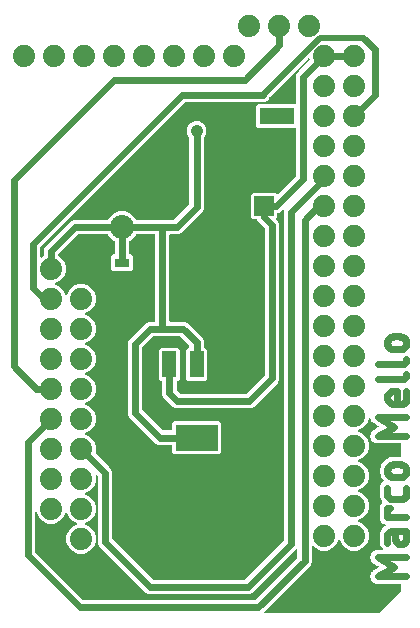
<source format=gbr>
G04 EAGLE Gerber RS-274X export*
G75*
%MOMM*%
%FSLAX34Y34*%
%LPD*%
%INTop Copper*%
%IPPOS*%
%AMOC8*
5,1,8,0,0,1.08239X$1,22.5*%
G01*
%ADD10C,0.609600*%
%ADD11C,1.879600*%
%ADD12R,3.000000X1.400000*%
%ADD13R,1.200000X0.800000*%
%ADD14C,1.651000*%
%ADD15R,1.651000X1.651000*%
%ADD16C,2.032000*%
%ADD17R,1.219200X2.235200*%
%ADD18R,3.600000X2.200000*%
%ADD19C,1.056400*%
%ADD20C,0.600000*%
%ADD21C,0.482600*%

G36*
X211966Y39131D02*
X211966Y39131D01*
X212057Y39139D01*
X212087Y39151D01*
X212119Y39156D01*
X212199Y39199D01*
X212283Y39235D01*
X212315Y39261D01*
X212336Y39272D01*
X212358Y39295D01*
X212414Y39340D01*
X245140Y72066D01*
X245185Y72128D01*
X245211Y72156D01*
X245216Y72167D01*
X245253Y72209D01*
X245265Y72239D01*
X245284Y72266D01*
X245311Y72353D01*
X245345Y72437D01*
X245349Y72478D01*
X245356Y72501D01*
X245355Y72533D01*
X245363Y72604D01*
X245363Y351443D01*
X245352Y351514D01*
X245350Y351586D01*
X245332Y351635D01*
X245324Y351686D01*
X245290Y351749D01*
X245265Y351817D01*
X245233Y351857D01*
X245208Y351904D01*
X245156Y351953D01*
X245112Y352009D01*
X245068Y352037D01*
X245030Y352073D01*
X244965Y352103D01*
X244905Y352142D01*
X244854Y352155D01*
X244807Y352177D01*
X244736Y352184D01*
X244666Y352202D01*
X244614Y352198D01*
X244563Y352204D01*
X244492Y352188D01*
X244421Y352183D01*
X244373Y352162D01*
X244322Y352151D01*
X244261Y352115D01*
X244195Y352086D01*
X244139Y352042D01*
X244111Y352025D01*
X244096Y352007D01*
X244064Y351982D01*
X242514Y350431D01*
X240174Y349462D01*
X240074Y349400D01*
X239974Y349341D01*
X239970Y349336D01*
X239965Y349333D01*
X239890Y349242D01*
X239814Y349154D01*
X239812Y349148D01*
X239808Y349143D01*
X239766Y349035D01*
X239722Y348926D01*
X239721Y348918D01*
X239720Y348914D01*
X239719Y348895D01*
X239704Y348759D01*
X239704Y346082D01*
X238835Y345214D01*
X238823Y345197D01*
X238808Y345185D01*
X238752Y345098D01*
X238692Y345014D01*
X238686Y344995D01*
X238675Y344978D01*
X238650Y344877D01*
X238619Y344779D01*
X238620Y344759D01*
X238615Y344739D01*
X238623Y344636D01*
X238626Y344533D01*
X238632Y344514D01*
X238634Y344494D01*
X238674Y344399D01*
X238710Y344302D01*
X238723Y344286D01*
X238730Y344268D01*
X238835Y344137D01*
X240429Y342544D01*
X241357Y340303D01*
X241357Y208347D01*
X240429Y206106D01*
X219654Y185331D01*
X217413Y184403D01*
X153727Y184403D01*
X151486Y185331D01*
X143167Y193650D01*
X142239Y195891D01*
X142239Y206502D01*
X142236Y206522D01*
X142238Y206541D01*
X142216Y206643D01*
X142200Y206745D01*
X142190Y206762D01*
X142186Y206782D01*
X142133Y206871D01*
X142084Y206962D01*
X142070Y206976D01*
X142060Y206993D01*
X141981Y207060D01*
X141906Y207132D01*
X141888Y207140D01*
X141873Y207153D01*
X141777Y207192D01*
X141683Y207235D01*
X141663Y207237D01*
X141645Y207245D01*
X141478Y207263D01*
X140977Y207263D01*
X139191Y209049D01*
X139191Y233927D01*
X140977Y235713D01*
X155695Y235713D01*
X157481Y233927D01*
X157481Y209049D01*
X155695Y207263D01*
X155194Y207263D01*
X155174Y207260D01*
X155155Y207262D01*
X155053Y207240D01*
X154951Y207224D01*
X154934Y207214D01*
X154914Y207210D01*
X154825Y207157D01*
X154734Y207108D01*
X154720Y207094D01*
X154703Y207084D01*
X154636Y207005D01*
X154564Y206930D01*
X154556Y206912D01*
X154543Y206897D01*
X154504Y206801D01*
X154461Y206707D01*
X154459Y206687D01*
X154451Y206669D01*
X154433Y206502D01*
X154433Y199945D01*
X154447Y199855D01*
X154455Y199764D01*
X154467Y199734D01*
X154472Y199702D01*
X154515Y199621D01*
X154551Y199537D01*
X154577Y199505D01*
X154588Y199485D01*
X154611Y199462D01*
X154656Y199406D01*
X157242Y196820D01*
X157316Y196767D01*
X157386Y196707D01*
X157416Y196695D01*
X157442Y196676D01*
X157529Y196649D01*
X157614Y196615D01*
X157655Y196611D01*
X157677Y196604D01*
X157709Y196605D01*
X157781Y196597D01*
X213359Y196597D01*
X213449Y196611D01*
X213540Y196619D01*
X213570Y196631D01*
X213602Y196636D01*
X213683Y196679D01*
X213767Y196715D01*
X213799Y196741D01*
X213819Y196752D01*
X213842Y196775D01*
X213898Y196820D01*
X228940Y211862D01*
X228993Y211936D01*
X229053Y212006D01*
X229065Y212036D01*
X229084Y212062D01*
X229111Y212149D01*
X229145Y212234D01*
X229149Y212275D01*
X229156Y212297D01*
X229155Y212329D01*
X229163Y212401D01*
X229163Y336249D01*
X229149Y336339D01*
X229141Y336430D01*
X229129Y336460D01*
X229124Y336492D01*
X229081Y336573D01*
X229045Y336657D01*
X229019Y336689D01*
X229008Y336709D01*
X228985Y336732D01*
X228940Y336788D01*
X223231Y342496D01*
X222681Y343826D01*
X222619Y343926D01*
X222559Y344026D01*
X222554Y344030D01*
X222551Y344035D01*
X222461Y344110D01*
X222372Y344186D01*
X222366Y344188D01*
X222362Y344192D01*
X222253Y344234D01*
X222144Y344278D01*
X222136Y344279D01*
X222132Y344280D01*
X222114Y344281D01*
X221977Y344296D01*
X218882Y344296D01*
X217096Y346082D01*
X217096Y365118D01*
X218882Y366904D01*
X237918Y366904D01*
X239291Y365530D01*
X239308Y365518D01*
X239320Y365503D01*
X239407Y365447D01*
X239491Y365387D01*
X239510Y365381D01*
X239527Y365370D01*
X239628Y365345D01*
X239726Y365314D01*
X239746Y365315D01*
X239766Y365310D01*
X239869Y365318D01*
X239972Y365321D01*
X239991Y365327D01*
X240011Y365329D01*
X240106Y365369D01*
X240203Y365405D01*
X240219Y365418D01*
X240237Y365425D01*
X240368Y365530D01*
X255300Y380462D01*
X255353Y380536D01*
X255413Y380606D01*
X255425Y380636D01*
X255444Y380662D01*
X255471Y380749D01*
X255505Y380834D01*
X255509Y380875D01*
X255516Y380897D01*
X255515Y380929D01*
X255523Y381001D01*
X255523Y420990D01*
X255520Y421010D01*
X255522Y421029D01*
X255500Y421131D01*
X255484Y421233D01*
X255474Y421250D01*
X255470Y421270D01*
X255417Y421359D01*
X255368Y421450D01*
X255354Y421464D01*
X255344Y421481D01*
X255265Y421548D01*
X255190Y421620D01*
X255172Y421628D01*
X255157Y421641D01*
X255061Y421680D01*
X254967Y421723D01*
X254947Y421725D01*
X254929Y421733D01*
X254762Y421751D01*
X223637Y421751D01*
X221851Y423537D01*
X221851Y440063D01*
X223637Y441849D01*
X254762Y441849D01*
X254782Y441852D01*
X254801Y441850D01*
X254903Y441872D01*
X255005Y441888D01*
X255022Y441898D01*
X255042Y441902D01*
X255131Y441955D01*
X255222Y442004D01*
X255236Y442018D01*
X255253Y442028D01*
X255320Y442107D01*
X255392Y442182D01*
X255400Y442200D01*
X255413Y442215D01*
X255452Y442311D01*
X255495Y442405D01*
X255497Y442425D01*
X255505Y442443D01*
X255523Y442610D01*
X255523Y466033D01*
X256451Y468274D01*
X258273Y470096D01*
X258274Y470096D01*
X266989Y478811D01*
X267057Y478906D01*
X267127Y478999D01*
X267129Y479005D01*
X267132Y479010D01*
X267167Y479122D01*
X267203Y479233D01*
X267203Y479240D01*
X267205Y479246D01*
X267202Y479362D01*
X267200Y479479D01*
X267198Y479486D01*
X267198Y479491D01*
X267192Y479509D01*
X267154Y479640D01*
X267006Y479997D01*
X266982Y480036D01*
X266966Y480079D01*
X266917Y480140D01*
X266876Y480206D01*
X266841Y480236D01*
X266812Y480271D01*
X266747Y480314D01*
X266687Y480363D01*
X266644Y480380D01*
X266605Y480404D01*
X266530Y480423D01*
X266457Y480451D01*
X266411Y480453D01*
X266367Y480464D01*
X266289Y480458D01*
X266211Y480462D01*
X266167Y480449D01*
X266122Y480445D01*
X266050Y480415D01*
X265975Y480393D01*
X265937Y480367D01*
X265895Y480349D01*
X265788Y480263D01*
X265773Y480253D01*
X265770Y480249D01*
X265764Y480244D01*
X233287Y447767D01*
X233248Y447713D01*
X233202Y447667D01*
X233162Y447593D01*
X233143Y447567D01*
X233137Y447548D01*
X233122Y447520D01*
X232545Y446126D01*
X230830Y444411D01*
X228589Y443483D01*
X162155Y443483D01*
X162065Y443469D01*
X161974Y443461D01*
X161944Y443449D01*
X161912Y443444D01*
X161831Y443401D01*
X161748Y443365D01*
X161715Y443339D01*
X161695Y443328D01*
X161673Y443305D01*
X161617Y443260D01*
X39340Y320983D01*
X39287Y320909D01*
X39227Y320840D01*
X39215Y320810D01*
X39196Y320784D01*
X39169Y320697D01*
X39135Y320612D01*
X39131Y320571D01*
X39124Y320549D01*
X39125Y320516D01*
X39117Y320445D01*
X39117Y312557D01*
X39128Y312486D01*
X39130Y312414D01*
X39148Y312365D01*
X39156Y312314D01*
X39190Y312251D01*
X39215Y312183D01*
X39247Y312143D01*
X39272Y312097D01*
X39324Y312047D01*
X39368Y311991D01*
X39412Y311963D01*
X39450Y311927D01*
X39515Y311897D01*
X39575Y311858D01*
X39626Y311846D01*
X39673Y311824D01*
X39744Y311816D01*
X39814Y311798D01*
X39866Y311802D01*
X39917Y311797D01*
X39988Y311812D01*
X40059Y311817D01*
X40107Y311838D01*
X40158Y311849D01*
X40219Y311886D01*
X40285Y311914D01*
X40341Y311959D01*
X40369Y311975D01*
X40384Y311993D01*
X40416Y312019D01*
X41209Y312812D01*
X41693Y313012D01*
X41792Y313074D01*
X41893Y313134D01*
X41897Y313139D01*
X41902Y313142D01*
X41977Y313232D01*
X42053Y313321D01*
X42055Y313327D01*
X42059Y313331D01*
X42101Y313440D01*
X42145Y313549D01*
X42146Y313556D01*
X42147Y313561D01*
X42148Y313579D01*
X42163Y313716D01*
X42163Y318413D01*
X43091Y320654D01*
X65436Y342999D01*
X67677Y343927D01*
X95980Y343927D01*
X96094Y343946D01*
X96211Y343963D01*
X96216Y343965D01*
X96222Y343966D01*
X96325Y344021D01*
X96430Y344074D01*
X96434Y344079D01*
X96440Y344082D01*
X96520Y344166D01*
X96602Y344250D01*
X96606Y344256D01*
X96609Y344260D01*
X96617Y344277D01*
X96683Y344397D01*
X97062Y345312D01*
X100778Y349028D01*
X105633Y351039D01*
X110887Y351039D01*
X115742Y349028D01*
X119458Y345312D01*
X119837Y344397D01*
X119899Y344297D01*
X119959Y344197D01*
X119963Y344193D01*
X119967Y344188D01*
X120056Y344113D01*
X120145Y344037D01*
X120151Y344035D01*
X120156Y344031D01*
X120264Y343989D01*
X120374Y343945D01*
X120381Y343944D01*
X120386Y343943D01*
X120404Y343942D01*
X120540Y343927D01*
X152099Y343927D01*
X152189Y343941D01*
X152280Y343949D01*
X152310Y343961D01*
X152342Y343966D01*
X152423Y344009D01*
X152507Y344045D01*
X152539Y344071D01*
X152559Y344082D01*
X152582Y344105D01*
X152638Y344150D01*
X165130Y356642D01*
X165183Y356716D01*
X165243Y356786D01*
X165255Y356816D01*
X165274Y356842D01*
X165301Y356929D01*
X165335Y357014D01*
X165339Y357055D01*
X165346Y357077D01*
X165345Y357109D01*
X165353Y357181D01*
X165353Y413100D01*
X165339Y413190D01*
X165331Y413281D01*
X165319Y413311D01*
X165314Y413343D01*
X165271Y413423D01*
X165235Y413507D01*
X165209Y413539D01*
X165198Y413560D01*
X165175Y413582D01*
X165130Y413638D01*
X164388Y414381D01*
X163119Y417443D01*
X163119Y420757D01*
X164388Y423819D01*
X166731Y426162D01*
X169793Y427431D01*
X173107Y427431D01*
X176169Y426162D01*
X178512Y423819D01*
X179781Y420757D01*
X179781Y417443D01*
X178512Y414381D01*
X177770Y413638D01*
X177717Y413564D01*
X177657Y413495D01*
X177645Y413465D01*
X177626Y413438D01*
X177599Y413352D01*
X177565Y413267D01*
X177561Y413226D01*
X177554Y413203D01*
X177555Y413171D01*
X177547Y413100D01*
X177547Y353127D01*
X176619Y350886D01*
X158394Y332661D01*
X156153Y331733D01*
X149098Y331733D01*
X149078Y331730D01*
X149059Y331732D01*
X148957Y331710D01*
X148855Y331694D01*
X148838Y331684D01*
X148818Y331680D01*
X148729Y331627D01*
X148638Y331578D01*
X148624Y331564D01*
X148607Y331554D01*
X148540Y331475D01*
X148468Y331400D01*
X148460Y331382D01*
X148447Y331367D01*
X148408Y331271D01*
X148365Y331177D01*
X148363Y331157D01*
X148355Y331139D01*
X148337Y330972D01*
X148337Y258318D01*
X148339Y258303D01*
X148338Y258290D01*
X148339Y258286D01*
X148338Y258279D01*
X148360Y258177D01*
X148376Y258075D01*
X148386Y258058D01*
X148390Y258038D01*
X148443Y257949D01*
X148492Y257858D01*
X148506Y257844D01*
X148516Y257827D01*
X148595Y257760D01*
X148670Y257688D01*
X148688Y257680D01*
X148703Y257667D01*
X148799Y257628D01*
X148893Y257585D01*
X148913Y257583D01*
X148931Y257575D01*
X149098Y257557D01*
X161233Y257557D01*
X163474Y256629D01*
X176619Y243484D01*
X177547Y241243D01*
X177547Y236474D01*
X177550Y236454D01*
X177548Y236435D01*
X177570Y236333D01*
X177586Y236231D01*
X177596Y236214D01*
X177600Y236194D01*
X177653Y236105D01*
X177702Y236014D01*
X177716Y236000D01*
X177726Y235983D01*
X177805Y235916D01*
X177880Y235844D01*
X177898Y235836D01*
X177913Y235823D01*
X178009Y235784D01*
X178103Y235741D01*
X178123Y235739D01*
X178141Y235731D01*
X178308Y235713D01*
X178809Y235713D01*
X180595Y233927D01*
X180595Y209049D01*
X178809Y207263D01*
X164091Y207263D01*
X162305Y209049D01*
X162305Y233927D01*
X164091Y235713D01*
X164592Y235713D01*
X164612Y235716D01*
X164631Y235714D01*
X164733Y235736D01*
X164835Y235752D01*
X164852Y235762D01*
X164872Y235766D01*
X164961Y235819D01*
X165052Y235868D01*
X165066Y235882D01*
X165083Y235892D01*
X165150Y235971D01*
X165222Y236046D01*
X165230Y236064D01*
X165243Y236079D01*
X165282Y236175D01*
X165325Y236269D01*
X165327Y236289D01*
X165335Y236307D01*
X165353Y236474D01*
X165353Y237189D01*
X165339Y237279D01*
X165331Y237370D01*
X165319Y237400D01*
X165314Y237432D01*
X165271Y237513D01*
X165235Y237597D01*
X165209Y237629D01*
X165198Y237649D01*
X165175Y237672D01*
X165130Y237728D01*
X157718Y245140D01*
X157644Y245193D01*
X157574Y245253D01*
X157544Y245265D01*
X157518Y245284D01*
X157431Y245311D01*
X157346Y245345D01*
X157305Y245349D01*
X157283Y245356D01*
X157251Y245355D01*
X157179Y245363D01*
X134921Y245363D01*
X134831Y245349D01*
X134740Y245341D01*
X134710Y245329D01*
X134678Y245324D01*
X134597Y245281D01*
X134513Y245245D01*
X134481Y245219D01*
X134461Y245208D01*
X134438Y245185D01*
X134382Y245140D01*
X125700Y236458D01*
X125647Y236384D01*
X125587Y236314D01*
X125575Y236284D01*
X125556Y236258D01*
X125529Y236171D01*
X125495Y236086D01*
X125491Y236045D01*
X125484Y236023D01*
X125485Y235991D01*
X125477Y235919D01*
X125477Y183181D01*
X125491Y183091D01*
X125499Y183000D01*
X125511Y182970D01*
X125516Y182938D01*
X125559Y182857D01*
X125595Y182773D01*
X125621Y182741D01*
X125632Y182721D01*
X125655Y182698D01*
X125700Y182642D01*
X142512Y165830D01*
X142586Y165777D01*
X142656Y165717D01*
X142686Y165705D01*
X142712Y165686D01*
X142799Y165659D01*
X142884Y165625D01*
X142925Y165621D01*
X142947Y165614D01*
X142979Y165615D01*
X143051Y165607D01*
X149640Y165607D01*
X149660Y165610D01*
X149679Y165608D01*
X149781Y165630D01*
X149883Y165646D01*
X149900Y165656D01*
X149920Y165660D01*
X150009Y165713D01*
X150100Y165762D01*
X150114Y165776D01*
X150131Y165786D01*
X150198Y165865D01*
X150270Y165940D01*
X150278Y165958D01*
X150291Y165973D01*
X150330Y166069D01*
X150373Y166163D01*
X150375Y166183D01*
X150383Y166201D01*
X150401Y166368D01*
X150401Y171773D01*
X152187Y173559D01*
X190713Y173559D01*
X192499Y171773D01*
X192499Y147247D01*
X190713Y145461D01*
X152187Y145461D01*
X150401Y147247D01*
X150401Y152652D01*
X150398Y152672D01*
X150400Y152691D01*
X150378Y152793D01*
X150362Y152895D01*
X150352Y152912D01*
X150348Y152932D01*
X150295Y153021D01*
X150246Y153112D01*
X150232Y153126D01*
X150222Y153143D01*
X150143Y153210D01*
X150068Y153282D01*
X150050Y153290D01*
X150035Y153303D01*
X149939Y153342D01*
X149845Y153385D01*
X149825Y153387D01*
X149807Y153395D01*
X149640Y153413D01*
X138997Y153413D01*
X136756Y154341D01*
X114211Y176886D01*
X113283Y179127D01*
X113283Y239973D01*
X114211Y242214D01*
X128626Y256629D01*
X130867Y257557D01*
X135382Y257557D01*
X135402Y257560D01*
X135421Y257558D01*
X135523Y257580D01*
X135625Y257596D01*
X135642Y257606D01*
X135662Y257610D01*
X135751Y257663D01*
X135842Y257712D01*
X135856Y257726D01*
X135873Y257736D01*
X135940Y257815D01*
X136012Y257890D01*
X136020Y257908D01*
X136033Y257923D01*
X136072Y258019D01*
X136115Y258113D01*
X136117Y258133D01*
X136125Y258151D01*
X136143Y258318D01*
X136143Y330972D01*
X136140Y330992D01*
X136142Y331011D01*
X136120Y331113D01*
X136104Y331215D01*
X136094Y331232D01*
X136090Y331252D01*
X136037Y331341D01*
X135988Y331432D01*
X135974Y331446D01*
X135964Y331463D01*
X135885Y331530D01*
X135810Y331602D01*
X135792Y331610D01*
X135777Y331623D01*
X135681Y331662D01*
X135587Y331705D01*
X135567Y331707D01*
X135549Y331715D01*
X135382Y331733D01*
X120540Y331733D01*
X120426Y331714D01*
X120309Y331697D01*
X120304Y331695D01*
X120298Y331694D01*
X120195Y331639D01*
X120090Y331586D01*
X120086Y331581D01*
X120080Y331578D01*
X120000Y331494D01*
X119918Y331410D01*
X119914Y331404D01*
X119911Y331400D01*
X119903Y331383D01*
X119837Y331263D01*
X119458Y330348D01*
X115742Y326632D01*
X114827Y326253D01*
X114727Y326191D01*
X114627Y326131D01*
X114623Y326127D01*
X114618Y326123D01*
X114543Y326034D01*
X114467Y325945D01*
X114465Y325939D01*
X114461Y325934D01*
X114419Y325826D01*
X114375Y325716D01*
X114374Y325709D01*
X114373Y325704D01*
X114372Y325686D01*
X114357Y325550D01*
X114357Y315270D01*
X114360Y315250D01*
X114358Y315231D01*
X114380Y315129D01*
X114396Y315027D01*
X114406Y315010D01*
X114410Y314990D01*
X114463Y314901D01*
X114512Y314810D01*
X114526Y314796D01*
X114536Y314779D01*
X114615Y314712D01*
X114690Y314640D01*
X114708Y314632D01*
X114723Y314619D01*
X114819Y314580D01*
X114913Y314537D01*
X114933Y314535D01*
X114951Y314527D01*
X115118Y314509D01*
X115523Y314509D01*
X117309Y312723D01*
X117309Y302197D01*
X115523Y300411D01*
X100997Y300411D01*
X99211Y302197D01*
X99211Y312723D01*
X100997Y314509D01*
X101402Y314509D01*
X101422Y314512D01*
X101441Y314510D01*
X101543Y314532D01*
X101645Y314548D01*
X101662Y314558D01*
X101682Y314562D01*
X101771Y314615D01*
X101862Y314664D01*
X101876Y314678D01*
X101893Y314688D01*
X101960Y314767D01*
X102032Y314842D01*
X102040Y314860D01*
X102053Y314875D01*
X102092Y314971D01*
X102135Y315065D01*
X102137Y315085D01*
X102145Y315103D01*
X102163Y315270D01*
X102163Y325550D01*
X102144Y325664D01*
X102127Y325781D01*
X102125Y325786D01*
X102124Y325792D01*
X102069Y325895D01*
X102016Y326000D01*
X102011Y326004D01*
X102008Y326010D01*
X101924Y326090D01*
X101840Y326172D01*
X101834Y326176D01*
X101830Y326179D01*
X101813Y326187D01*
X101693Y326253D01*
X100778Y326632D01*
X97062Y330348D01*
X96683Y331263D01*
X96621Y331363D01*
X96561Y331463D01*
X96557Y331467D01*
X96553Y331472D01*
X96464Y331547D01*
X96375Y331623D01*
X96369Y331625D01*
X96364Y331629D01*
X96256Y331671D01*
X96146Y331715D01*
X96139Y331716D01*
X96134Y331717D01*
X96116Y331718D01*
X95980Y331733D01*
X71731Y331733D01*
X71641Y331719D01*
X71550Y331711D01*
X71520Y331699D01*
X71488Y331694D01*
X71407Y331651D01*
X71323Y331615D01*
X71291Y331589D01*
X71271Y331578D01*
X71248Y331555D01*
X71192Y331510D01*
X54580Y314898D01*
X54527Y314824D01*
X54467Y314754D01*
X54455Y314724D01*
X54436Y314698D01*
X54409Y314611D01*
X54375Y314526D01*
X54371Y314485D01*
X54364Y314463D01*
X54365Y314431D01*
X54357Y314359D01*
X54357Y313716D01*
X54376Y313600D01*
X54393Y313485D01*
X54395Y313479D01*
X54396Y313473D01*
X54451Y313370D01*
X54504Y313265D01*
X54509Y313261D01*
X54512Y313255D01*
X54597Y313175D01*
X54680Y313093D01*
X54686Y313090D01*
X54690Y313086D01*
X54707Y313078D01*
X54827Y313012D01*
X55311Y312812D01*
X58812Y309311D01*
X60707Y304736D01*
X60707Y299784D01*
X58812Y295209D01*
X55311Y291708D01*
X51822Y290263D01*
X51761Y290225D01*
X51696Y290196D01*
X51657Y290161D01*
X51613Y290134D01*
X51567Y290078D01*
X51515Y290030D01*
X51490Y289984D01*
X51456Y289944D01*
X51431Y289877D01*
X51396Y289814D01*
X51387Y289763D01*
X51368Y289715D01*
X51365Y289643D01*
X51352Y289572D01*
X51360Y289521D01*
X51358Y289469D01*
X51378Y289400D01*
X51388Y289329D01*
X51412Y289283D01*
X51426Y289233D01*
X51467Y289174D01*
X51500Y289110D01*
X51537Y289073D01*
X51567Y289031D01*
X51624Y288988D01*
X51675Y288938D01*
X51738Y288903D01*
X51764Y288884D01*
X51786Y288877D01*
X51822Y288857D01*
X55311Y287412D01*
X58812Y283911D01*
X60257Y280422D01*
X60295Y280361D01*
X60324Y280296D01*
X60359Y280257D01*
X60386Y280213D01*
X60442Y280167D01*
X60490Y280115D01*
X60536Y280090D01*
X60576Y280056D01*
X60643Y280031D01*
X60706Y279996D01*
X60757Y279987D01*
X60805Y279968D01*
X60877Y279965D01*
X60948Y279952D01*
X60999Y279960D01*
X61051Y279958D01*
X61120Y279978D01*
X61191Y279988D01*
X61237Y280012D01*
X61287Y280026D01*
X61346Y280067D01*
X61410Y280100D01*
X61447Y280137D01*
X61489Y280167D01*
X61532Y280224D01*
X61582Y280275D01*
X61617Y280338D01*
X61636Y280364D01*
X61643Y280386D01*
X61663Y280422D01*
X63108Y283911D01*
X66609Y287412D01*
X71184Y289307D01*
X76136Y289307D01*
X80711Y287412D01*
X84212Y283911D01*
X86107Y279336D01*
X86107Y274384D01*
X84212Y269809D01*
X80711Y266308D01*
X77222Y264863D01*
X77161Y264825D01*
X77096Y264796D01*
X77057Y264761D01*
X77013Y264734D01*
X76967Y264678D01*
X76915Y264630D01*
X76890Y264584D01*
X76856Y264544D01*
X76831Y264477D01*
X76796Y264414D01*
X76787Y264363D01*
X76768Y264315D01*
X76765Y264243D01*
X76752Y264172D01*
X76760Y264121D01*
X76758Y264069D01*
X76778Y264000D01*
X76788Y263929D01*
X76812Y263883D01*
X76826Y263833D01*
X76867Y263774D01*
X76900Y263710D01*
X76937Y263673D01*
X76967Y263631D01*
X77024Y263588D01*
X77075Y263538D01*
X77138Y263503D01*
X77164Y263484D01*
X77186Y263477D01*
X77222Y263457D01*
X80711Y262012D01*
X84212Y258511D01*
X86107Y253936D01*
X86107Y248984D01*
X84212Y244409D01*
X80711Y240908D01*
X77222Y239463D01*
X77161Y239425D01*
X77096Y239396D01*
X77057Y239361D01*
X77013Y239334D01*
X76967Y239278D01*
X76915Y239230D01*
X76890Y239184D01*
X76856Y239144D01*
X76831Y239077D01*
X76796Y239014D01*
X76787Y238963D01*
X76768Y238915D01*
X76765Y238843D01*
X76752Y238772D01*
X76760Y238721D01*
X76758Y238669D01*
X76778Y238600D01*
X76788Y238529D01*
X76812Y238483D01*
X76826Y238433D01*
X76867Y238374D01*
X76900Y238310D01*
X76937Y238273D01*
X76967Y238231D01*
X77024Y238188D01*
X77075Y238138D01*
X77138Y238103D01*
X77164Y238084D01*
X77186Y238077D01*
X77222Y238057D01*
X80711Y236612D01*
X84212Y233111D01*
X86107Y228536D01*
X86107Y223584D01*
X84212Y219009D01*
X80711Y215508D01*
X77222Y214063D01*
X77161Y214025D01*
X77096Y213996D01*
X77057Y213961D01*
X77013Y213934D01*
X76967Y213878D01*
X76915Y213830D01*
X76890Y213784D01*
X76856Y213744D01*
X76831Y213677D01*
X76796Y213614D01*
X76787Y213563D01*
X76768Y213515D01*
X76765Y213443D01*
X76752Y213372D01*
X76760Y213321D01*
X76758Y213269D01*
X76778Y213200D01*
X76788Y213129D01*
X76812Y213083D01*
X76826Y213033D01*
X76867Y212974D01*
X76900Y212910D01*
X76937Y212873D01*
X76967Y212831D01*
X77024Y212788D01*
X77075Y212738D01*
X77138Y212703D01*
X77164Y212684D01*
X77186Y212677D01*
X77222Y212657D01*
X80711Y211212D01*
X84212Y207711D01*
X86107Y203136D01*
X86107Y198184D01*
X84212Y193609D01*
X80711Y190108D01*
X77222Y188663D01*
X77161Y188625D01*
X77096Y188596D01*
X77058Y188561D01*
X77013Y188534D01*
X76967Y188478D01*
X76915Y188430D01*
X76890Y188384D01*
X76856Y188344D01*
X76831Y188277D01*
X76796Y188214D01*
X76787Y188163D01*
X76768Y188115D01*
X76765Y188043D01*
X76752Y187972D01*
X76760Y187921D01*
X76758Y187869D01*
X76778Y187800D01*
X76788Y187729D01*
X76812Y187683D01*
X76826Y187633D01*
X76867Y187574D01*
X76900Y187510D01*
X76937Y187473D01*
X76967Y187431D01*
X77024Y187388D01*
X77075Y187338D01*
X77138Y187303D01*
X77164Y187284D01*
X77186Y187277D01*
X77222Y187257D01*
X80711Y185812D01*
X84212Y182311D01*
X86107Y177736D01*
X86107Y172784D01*
X84212Y168209D01*
X80711Y164708D01*
X77222Y163263D01*
X77161Y163225D01*
X77096Y163196D01*
X77058Y163161D01*
X77013Y163134D01*
X76968Y163078D01*
X76915Y163030D01*
X76890Y162984D01*
X76856Y162944D01*
X76831Y162877D01*
X76796Y162814D01*
X76787Y162763D01*
X76768Y162715D01*
X76765Y162643D01*
X76752Y162572D01*
X76760Y162521D01*
X76758Y162469D01*
X76778Y162400D01*
X76788Y162329D01*
X76812Y162283D01*
X76826Y162233D01*
X76867Y162174D01*
X76900Y162110D01*
X76937Y162073D01*
X76967Y162031D01*
X77024Y161988D01*
X77075Y161938D01*
X77138Y161903D01*
X77164Y161884D01*
X77186Y161877D01*
X77222Y161857D01*
X80711Y160412D01*
X84212Y156911D01*
X86107Y152336D01*
X86107Y147384D01*
X85906Y146900D01*
X85880Y146787D01*
X85851Y146673D01*
X85852Y146667D01*
X85850Y146661D01*
X85861Y146544D01*
X85870Y146428D01*
X85873Y146422D01*
X85873Y146416D01*
X85921Y146308D01*
X85967Y146202D01*
X85971Y146196D01*
X85973Y146191D01*
X85986Y146177D01*
X86071Y146071D01*
X97326Y134816D01*
X99149Y132994D01*
X100077Y130753D01*
X100077Y73961D01*
X100091Y73871D01*
X100099Y73780D01*
X100111Y73750D01*
X100116Y73718D01*
X100159Y73637D01*
X100195Y73553D01*
X100221Y73521D01*
X100232Y73501D01*
X100255Y73478D01*
X100300Y73422D01*
X134382Y39340D01*
X134456Y39287D01*
X134526Y39227D01*
X134556Y39215D01*
X134582Y39196D01*
X134669Y39169D01*
X134754Y39135D01*
X134795Y39131D01*
X134817Y39124D01*
X134849Y39125D01*
X134921Y39117D01*
X211876Y39117D01*
X211966Y39131D01*
G37*
G36*
X325450Y10937D02*
X325450Y10937D01*
X325541Y10945D01*
X325571Y10957D01*
X325603Y10962D01*
X325684Y11005D01*
X325768Y11041D01*
X325800Y11067D01*
X325820Y11078D01*
X325843Y11101D01*
X325899Y11146D01*
X344454Y29701D01*
X344507Y29775D01*
X344567Y29845D01*
X344579Y29875D01*
X344598Y29901D01*
X344625Y29988D01*
X344659Y30073D01*
X344663Y30114D01*
X344670Y30136D01*
X344669Y30168D01*
X344677Y30240D01*
X344677Y35112D01*
X344674Y35132D01*
X344676Y35152D01*
X344654Y35253D01*
X344638Y35355D01*
X344628Y35373D01*
X344624Y35392D01*
X344571Y35481D01*
X344522Y35572D01*
X344508Y35586D01*
X344498Y35603D01*
X344419Y35671D01*
X344344Y35742D01*
X344326Y35750D01*
X344311Y35763D01*
X344215Y35802D01*
X344121Y35845D01*
X344101Y35848D01*
X344083Y35855D01*
X343916Y35874D01*
X325175Y35874D01*
X325143Y35868D01*
X325063Y35865D01*
X324366Y35761D01*
X324008Y35851D01*
X323999Y35852D01*
X323990Y35855D01*
X323824Y35874D01*
X323455Y35874D01*
X322804Y36143D01*
X322772Y36151D01*
X322697Y36179D01*
X322013Y36350D01*
X321717Y36569D01*
X321708Y36573D01*
X321702Y36580D01*
X321555Y36661D01*
X321215Y36802D01*
X320716Y37300D01*
X320689Y37320D01*
X320631Y37374D01*
X320064Y37794D01*
X319874Y38110D01*
X319868Y38117D01*
X319865Y38125D01*
X319760Y38256D01*
X319499Y38517D01*
X319230Y39168D01*
X319212Y39196D01*
X319179Y39269D01*
X318816Y39873D01*
X318762Y40238D01*
X318759Y40247D01*
X318759Y40256D01*
X318712Y40417D01*
X318571Y40758D01*
X318571Y41463D01*
X318566Y41495D01*
X318563Y41575D01*
X318459Y42272D01*
X318549Y42630D01*
X318549Y42639D01*
X318553Y42648D01*
X318571Y42815D01*
X318571Y43183D01*
X318841Y43835D01*
X318849Y43867D01*
X318876Y43941D01*
X319047Y44626D01*
X319267Y44922D01*
X319271Y44930D01*
X319278Y44936D01*
X319358Y45083D01*
X319499Y45424D01*
X319998Y45922D01*
X320017Y45949D01*
X320072Y46008D01*
X320491Y46574D01*
X320807Y46764D01*
X320814Y46770D01*
X320823Y46774D01*
X320954Y46878D01*
X321214Y47139D01*
X321866Y47409D01*
X321894Y47426D01*
X321966Y47459D01*
X325277Y49446D01*
X325340Y49499D01*
X325408Y49545D01*
X325433Y49578D01*
X325465Y49604D01*
X325507Y49675D01*
X325557Y49741D01*
X325571Y49780D01*
X325592Y49815D01*
X325610Y49896D01*
X325636Y49974D01*
X325636Y50015D01*
X325645Y50055D01*
X325636Y50137D01*
X325637Y50220D01*
X325624Y50259D01*
X325619Y50300D01*
X325585Y50375D01*
X325559Y50453D01*
X325534Y50486D01*
X325517Y50523D01*
X325460Y50584D01*
X325410Y50649D01*
X325368Y50682D01*
X325348Y50702D01*
X325322Y50716D01*
X325277Y50751D01*
X324598Y51159D01*
X323329Y51920D01*
X322060Y52681D01*
X321966Y52737D01*
X321936Y52749D01*
X321866Y52788D01*
X321214Y53058D01*
X320954Y53318D01*
X320946Y53324D01*
X320941Y53331D01*
X320807Y53433D01*
X320491Y53622D01*
X320072Y54189D01*
X320048Y54212D01*
X319998Y54274D01*
X319499Y54773D01*
X319358Y55113D01*
X319354Y55121D01*
X319351Y55130D01*
X319267Y55275D01*
X319047Y55571D01*
X318876Y56255D01*
X318863Y56286D01*
X318841Y56362D01*
X318571Y57014D01*
X318571Y57382D01*
X318570Y57391D01*
X318571Y57400D01*
X318549Y57567D01*
X318459Y57924D01*
X318563Y58622D01*
X318563Y58655D01*
X318571Y58734D01*
X318571Y59439D01*
X318712Y59779D01*
X318714Y59788D01*
X318719Y59797D01*
X318762Y59959D01*
X318816Y60323D01*
X319179Y60928D01*
X319191Y60959D01*
X319230Y61028D01*
X319499Y61680D01*
X319760Y61940D01*
X319765Y61948D01*
X319773Y61954D01*
X319874Y62087D01*
X320064Y62403D01*
X320631Y62823D01*
X320647Y62840D01*
X320652Y62843D01*
X320663Y62854D01*
X320716Y62896D01*
X321214Y63395D01*
X321555Y63536D01*
X321563Y63541D01*
X321572Y63543D01*
X321717Y63628D01*
X322013Y63847D01*
X322697Y64018D01*
X322727Y64031D01*
X322804Y64053D01*
X323455Y64323D01*
X323824Y64323D01*
X323833Y64325D01*
X323842Y64323D01*
X324008Y64346D01*
X324366Y64435D01*
X325063Y64331D01*
X325096Y64332D01*
X325175Y64323D01*
X328604Y64323D01*
X328675Y64335D01*
X328747Y64336D01*
X328796Y64354D01*
X328847Y64363D01*
X328910Y64396D01*
X328978Y64421D01*
X329018Y64453D01*
X329064Y64478D01*
X329114Y64530D01*
X329170Y64575D01*
X329198Y64618D01*
X329234Y64656D01*
X329264Y64721D01*
X329303Y64782D01*
X329315Y64832D01*
X329337Y64879D01*
X329345Y64951D01*
X329363Y65020D01*
X329359Y65072D01*
X329364Y65124D01*
X329349Y65194D01*
X329344Y65265D01*
X329323Y65313D01*
X329312Y65364D01*
X329275Y65426D01*
X329247Y65492D01*
X329202Y65548D01*
X329186Y65575D01*
X329168Y65590D01*
X329142Y65623D01*
X327627Y67138D01*
X326699Y69378D01*
X326699Y78732D01*
X329422Y83448D01*
X331309Y84537D01*
X331326Y84551D01*
X331346Y84560D01*
X331420Y84629D01*
X331499Y84693D01*
X331511Y84712D01*
X331527Y84727D01*
X331576Y84816D01*
X331630Y84901D01*
X331635Y84923D01*
X331645Y84942D01*
X331664Y85042D01*
X331687Y85141D01*
X331685Y85162D01*
X331689Y85184D01*
X331674Y85285D01*
X331665Y85386D01*
X331657Y85406D01*
X331653Y85428D01*
X331607Y85518D01*
X331567Y85611D01*
X331552Y85627D01*
X331542Y85647D01*
X331469Y85718D01*
X331401Y85793D01*
X331382Y85804D01*
X331366Y85819D01*
X331219Y85900D01*
X329342Y86677D01*
X327627Y88392D01*
X326699Y90633D01*
X326699Y101187D01*
X327627Y103427D01*
X328659Y104459D01*
X328685Y104495D01*
X328717Y104524D01*
X328756Y104594D01*
X328803Y104659D01*
X328816Y104701D01*
X328837Y104739D01*
X328851Y104817D01*
X328875Y104894D01*
X328874Y104938D01*
X328882Y104981D01*
X328871Y105060D01*
X328869Y105140D01*
X328854Y105181D01*
X328847Y105224D01*
X328789Y105357D01*
X328784Y105371D01*
X328782Y105373D01*
X328780Y105378D01*
X326699Y108982D01*
X326699Y118336D01*
X327627Y120577D01*
X329342Y122292D01*
X329427Y122327D01*
X329429Y122328D01*
X329432Y122329D01*
X329533Y122393D01*
X329636Y122456D01*
X329638Y122459D01*
X329640Y122460D01*
X329717Y122554D01*
X329793Y122646D01*
X329794Y122648D01*
X329796Y122651D01*
X329838Y122764D01*
X329881Y122875D01*
X329881Y122878D01*
X329882Y122881D01*
X329886Y123000D01*
X329891Y123121D01*
X329890Y123124D01*
X329891Y123127D01*
X329857Y123240D01*
X329823Y123357D01*
X329821Y123360D01*
X329820Y123363D01*
X329731Y123505D01*
X327573Y126210D01*
X326403Y131335D01*
X327573Y136460D01*
X330850Y140570D01*
X335586Y142851D01*
X343916Y142851D01*
X343936Y142854D01*
X343955Y142852D01*
X344057Y142874D01*
X344159Y142890D01*
X344176Y142900D01*
X344196Y142904D01*
X344285Y142957D01*
X344376Y143005D01*
X344390Y143020D01*
X344407Y143030D01*
X344474Y143109D01*
X344546Y143184D01*
X344554Y143202D01*
X344567Y143217D01*
X344606Y143313D01*
X344649Y143407D01*
X344651Y143427D01*
X344659Y143445D01*
X344677Y143612D01*
X344677Y153782D01*
X344674Y153802D01*
X344676Y153821D01*
X344654Y153923D01*
X344638Y154025D01*
X344628Y154042D01*
X344624Y154062D01*
X344571Y154151D01*
X344522Y154242D01*
X344508Y154256D01*
X344498Y154273D01*
X344419Y154340D01*
X344344Y154411D01*
X344326Y154420D01*
X344311Y154433D01*
X344215Y154472D01*
X344121Y154515D01*
X344101Y154517D01*
X344083Y154525D01*
X343916Y154543D01*
X325175Y154543D01*
X325143Y154538D01*
X325063Y154535D01*
X324366Y154431D01*
X324008Y154520D01*
X323999Y154521D01*
X323990Y154525D01*
X323824Y154543D01*
X323455Y154543D01*
X322804Y154813D01*
X322772Y154821D01*
X322697Y154848D01*
X322013Y155019D01*
X321717Y155239D01*
X321708Y155243D01*
X321702Y155249D01*
X321555Y155330D01*
X321214Y155471D01*
X320716Y155970D01*
X320689Y155989D01*
X320631Y156043D01*
X320064Y156463D01*
X319874Y156779D01*
X319868Y156786D01*
X319865Y156795D01*
X319760Y156926D01*
X319499Y157186D01*
X319230Y157838D01*
X319212Y157866D01*
X319179Y157938D01*
X318816Y158543D01*
X318762Y158908D01*
X318759Y158916D01*
X318759Y158926D01*
X318712Y159087D01*
X318571Y159427D01*
X318571Y160132D01*
X318568Y160150D01*
X318570Y160167D01*
X318565Y160191D01*
X318563Y160244D01*
X318459Y160942D01*
X318549Y161300D01*
X318549Y161309D01*
X318553Y161317D01*
X318571Y161484D01*
X318571Y161853D01*
X318841Y162504D01*
X318849Y162536D01*
X318876Y162611D01*
X319047Y163295D01*
X319267Y163591D01*
X319271Y163599D01*
X319278Y163606D01*
X319358Y163753D01*
X319499Y164093D01*
X319998Y164592D01*
X320017Y164619D01*
X320072Y164677D01*
X320491Y165244D01*
X320807Y165433D01*
X320814Y165440D01*
X320823Y165443D01*
X320954Y165548D01*
X321214Y165808D01*
X321866Y166078D01*
X321894Y166096D01*
X321966Y166129D01*
X325277Y168115D01*
X325340Y168169D01*
X325408Y168215D01*
X325433Y168248D01*
X325465Y168274D01*
X325507Y168345D01*
X325557Y168411D01*
X325571Y168450D01*
X325592Y168485D01*
X325610Y168565D01*
X325636Y168644D01*
X325636Y168685D01*
X325645Y168725D01*
X325636Y168807D01*
X325637Y168890D01*
X325624Y168929D01*
X325619Y168969D01*
X325585Y169045D01*
X325559Y169123D01*
X325534Y169156D01*
X325517Y169193D01*
X325460Y169253D01*
X325410Y169319D01*
X325367Y169352D01*
X325348Y169372D01*
X325323Y169386D01*
X325277Y169421D01*
X321966Y171407D01*
X321936Y171419D01*
X321866Y171457D01*
X321214Y171727D01*
X320954Y171988D01*
X320946Y171993D01*
X320941Y172001D01*
X320807Y172102D01*
X320491Y172292D01*
X320072Y172859D01*
X320048Y172882D01*
X319998Y172944D01*
X319499Y173442D01*
X319358Y173783D01*
X319354Y173791D01*
X319351Y173800D01*
X319267Y173945D01*
X319047Y174241D01*
X318876Y174925D01*
X318863Y174955D01*
X318841Y175032D01*
X318687Y175405D01*
X318649Y175466D01*
X318620Y175531D01*
X318585Y175569D01*
X318557Y175614D01*
X318502Y175659D01*
X318453Y175712D01*
X318408Y175737D01*
X318368Y175770D01*
X318301Y175796D01*
X318238Y175831D01*
X318187Y175840D01*
X318138Y175859D01*
X318066Y175862D01*
X317996Y175874D01*
X317944Y175867D01*
X317892Y175869D01*
X317823Y175849D01*
X317752Y175839D01*
X317706Y175815D01*
X317656Y175801D01*
X317597Y175760D01*
X317533Y175727D01*
X317497Y175690D01*
X317454Y175660D01*
X317411Y175603D01*
X317361Y175552D01*
X317326Y175489D01*
X317307Y175463D01*
X317300Y175441D01*
X317280Y175405D01*
X315352Y170749D01*
X311851Y167248D01*
X308362Y165803D01*
X308301Y165765D01*
X308236Y165736D01*
X308198Y165701D01*
X308153Y165674D01*
X308108Y165618D01*
X308055Y165570D01*
X308030Y165524D01*
X307996Y165484D01*
X307971Y165417D01*
X307936Y165354D01*
X307927Y165303D01*
X307908Y165255D01*
X307905Y165183D01*
X307892Y165112D01*
X307900Y165061D01*
X307898Y165009D01*
X307918Y164940D01*
X307928Y164869D01*
X307952Y164823D01*
X307966Y164773D01*
X308007Y164714D01*
X308040Y164650D01*
X308077Y164613D01*
X308107Y164571D01*
X308164Y164528D01*
X308215Y164478D01*
X308278Y164443D01*
X308304Y164424D01*
X308326Y164417D01*
X308362Y164397D01*
X311851Y162952D01*
X315352Y159451D01*
X317247Y154876D01*
X317247Y149924D01*
X315352Y145349D01*
X311851Y141848D01*
X308362Y140403D01*
X308301Y140365D01*
X308236Y140336D01*
X308198Y140301D01*
X308153Y140274D01*
X308108Y140218D01*
X308055Y140170D01*
X308030Y140124D01*
X307996Y140084D01*
X307971Y140017D01*
X307936Y139954D01*
X307927Y139903D01*
X307908Y139855D01*
X307905Y139783D01*
X307892Y139712D01*
X307900Y139661D01*
X307898Y139609D01*
X307918Y139540D01*
X307928Y139469D01*
X307952Y139423D01*
X307966Y139373D01*
X308007Y139314D01*
X308040Y139250D01*
X308077Y139213D01*
X308107Y139171D01*
X308164Y139128D01*
X308215Y139078D01*
X308278Y139043D01*
X308304Y139024D01*
X308326Y139017D01*
X308362Y138997D01*
X311851Y137552D01*
X315352Y134051D01*
X317247Y129476D01*
X317247Y124524D01*
X315352Y119949D01*
X311851Y116448D01*
X308362Y115003D01*
X308301Y114965D01*
X308236Y114936D01*
X308198Y114901D01*
X308153Y114874D01*
X308108Y114818D01*
X308055Y114770D01*
X308030Y114724D01*
X307996Y114684D01*
X307971Y114617D01*
X307936Y114554D01*
X307927Y114503D01*
X307908Y114455D01*
X307905Y114383D01*
X307892Y114312D01*
X307900Y114261D01*
X307898Y114209D01*
X307918Y114140D01*
X307928Y114069D01*
X307952Y114023D01*
X307966Y113973D01*
X308007Y113914D01*
X308040Y113850D01*
X308077Y113813D01*
X308107Y113771D01*
X308164Y113728D01*
X308215Y113678D01*
X308278Y113643D01*
X308304Y113624D01*
X308326Y113617D01*
X308362Y113597D01*
X311851Y112152D01*
X315352Y108651D01*
X317247Y104076D01*
X317247Y99124D01*
X315352Y94549D01*
X311851Y91048D01*
X308362Y89603D01*
X308301Y89565D01*
X308236Y89536D01*
X308198Y89501D01*
X308153Y89474D01*
X308108Y89418D01*
X308055Y89370D01*
X308030Y89324D01*
X307996Y89284D01*
X307971Y89217D01*
X307936Y89154D01*
X307927Y89103D01*
X307908Y89055D01*
X307905Y88983D01*
X307892Y88912D01*
X307900Y88861D01*
X307898Y88809D01*
X307918Y88740D01*
X307928Y88669D01*
X307952Y88623D01*
X307966Y88573D01*
X308007Y88514D01*
X308040Y88450D01*
X308077Y88413D01*
X308107Y88371D01*
X308164Y88328D01*
X308215Y88278D01*
X308278Y88243D01*
X308304Y88224D01*
X308326Y88217D01*
X308362Y88197D01*
X311851Y86752D01*
X315352Y83251D01*
X317247Y78676D01*
X317247Y73724D01*
X315352Y69149D01*
X311851Y65648D01*
X307276Y63753D01*
X302324Y63753D01*
X297749Y65648D01*
X294248Y69149D01*
X292803Y72638D01*
X292765Y72699D01*
X292736Y72764D01*
X292701Y72803D01*
X292674Y72847D01*
X292618Y72893D01*
X292570Y72945D01*
X292524Y72970D01*
X292484Y73004D01*
X292417Y73029D01*
X292354Y73064D01*
X292303Y73073D01*
X292255Y73092D01*
X292183Y73095D01*
X292112Y73108D01*
X292061Y73100D01*
X292009Y73102D01*
X291940Y73082D01*
X291869Y73072D01*
X291823Y73048D01*
X291773Y73034D01*
X291714Y72993D01*
X291650Y72960D01*
X291613Y72923D01*
X291571Y72893D01*
X291528Y72836D01*
X291478Y72785D01*
X291443Y72722D01*
X291424Y72696D01*
X291417Y72674D01*
X291397Y72638D01*
X289952Y69149D01*
X286451Y65648D01*
X281876Y63753D01*
X276924Y63753D01*
X272349Y65648D01*
X270238Y67759D01*
X270180Y67801D01*
X270128Y67851D01*
X270081Y67873D01*
X270039Y67903D01*
X269970Y67924D01*
X269905Y67954D01*
X269853Y67960D01*
X269803Y67975D01*
X269732Y67973D01*
X269661Y67981D01*
X269610Y67970D01*
X269558Y67969D01*
X269490Y67944D01*
X269420Y67929D01*
X269375Y67902D01*
X269327Y67884D01*
X269271Y67840D01*
X269209Y67803D01*
X269175Y67763D01*
X269135Y67731D01*
X269096Y67670D01*
X269049Y67616D01*
X269030Y67568D01*
X269002Y67524D01*
X268984Y67454D01*
X268957Y67388D01*
X268949Y67316D01*
X268941Y67285D01*
X268943Y67262D01*
X268939Y67221D01*
X268939Y54042D01*
X268018Y51819D01*
X266209Y50010D01*
X228421Y12222D01*
X228380Y12164D01*
X228330Y12112D01*
X228308Y12065D01*
X228278Y12023D01*
X228257Y11954D01*
X228227Y11889D01*
X228221Y11837D01*
X228206Y11787D01*
X228207Y11716D01*
X228200Y11645D01*
X228211Y11594D01*
X228212Y11542D01*
X228237Y11474D01*
X228252Y11404D01*
X228278Y11359D01*
X228296Y11311D01*
X228341Y11255D01*
X228378Y11193D01*
X228418Y11159D01*
X228450Y11119D01*
X228510Y11080D01*
X228565Y11033D01*
X228613Y11014D01*
X228657Y10986D01*
X228726Y10968D01*
X228793Y10941D01*
X228864Y10933D01*
X228896Y10925D01*
X228919Y10927D01*
X228960Y10923D01*
X325360Y10923D01*
X325450Y10937D01*
G37*
G36*
X220789Y21938D02*
X220789Y21938D01*
X220880Y21946D01*
X220910Y21958D01*
X220942Y21963D01*
X221023Y22006D01*
X221107Y22042D01*
X221139Y22068D01*
X221159Y22079D01*
X221182Y22102D01*
X221237Y22147D01*
X256618Y57528D01*
X256671Y57601D01*
X256731Y57671D01*
X256743Y57701D01*
X256762Y57727D01*
X256789Y57814D01*
X256823Y57899D01*
X256827Y57940D01*
X256834Y57962D01*
X256833Y57995D01*
X256841Y58066D01*
X256841Y64685D01*
X256830Y64756D01*
X256828Y64827D01*
X256810Y64876D01*
X256802Y64928D01*
X256768Y64991D01*
X256743Y65058D01*
X256711Y65099D01*
X256686Y65145D01*
X256634Y65194D01*
X256590Y65250D01*
X256546Y65278D01*
X256508Y65314D01*
X256443Y65345D01*
X256383Y65383D01*
X256332Y65396D01*
X256285Y65418D01*
X256214Y65426D01*
X256144Y65443D01*
X256092Y65439D01*
X256041Y65445D01*
X255970Y65430D01*
X255899Y65424D01*
X255851Y65404D01*
X255800Y65393D01*
X255739Y65356D01*
X255673Y65328D01*
X255617Y65283D01*
X255589Y65267D01*
X255574Y65249D01*
X255542Y65223D01*
X254806Y64488D01*
X218170Y27851D01*
X215929Y26923D01*
X130867Y26923D01*
X128626Y27851D01*
X88811Y67666D01*
X87883Y69907D01*
X87883Y126699D01*
X87869Y126789D01*
X87861Y126880D01*
X87849Y126910D01*
X87844Y126942D01*
X87801Y127023D01*
X87765Y127107D01*
X87739Y127139D01*
X87728Y127159D01*
X87705Y127182D01*
X87660Y127238D01*
X87406Y127492D01*
X87348Y127534D01*
X87296Y127583D01*
X87249Y127605D01*
X87207Y127635D01*
X87138Y127656D01*
X87073Y127687D01*
X87021Y127692D01*
X86971Y127708D01*
X86900Y127706D01*
X86829Y127714D01*
X86778Y127703D01*
X86726Y127701D01*
X86658Y127677D01*
X86588Y127661D01*
X86543Y127635D01*
X86495Y127617D01*
X86439Y127572D01*
X86377Y127535D01*
X86343Y127496D01*
X86303Y127463D01*
X86264Y127403D01*
X86217Y127348D01*
X86198Y127300D01*
X86170Y127256D01*
X86152Y127187D01*
X86125Y127120D01*
X86117Y127049D01*
X86109Y127018D01*
X86111Y126994D01*
X86107Y126953D01*
X86107Y121984D01*
X84212Y117409D01*
X80711Y113908D01*
X77222Y112463D01*
X77161Y112425D01*
X77096Y112396D01*
X77058Y112361D01*
X77013Y112334D01*
X76968Y112278D01*
X76915Y112230D01*
X76890Y112184D01*
X76856Y112144D01*
X76831Y112077D01*
X76796Y112014D01*
X76787Y111963D01*
X76768Y111915D01*
X76765Y111843D01*
X76752Y111772D01*
X76760Y111721D01*
X76758Y111669D01*
X76778Y111600D01*
X76788Y111529D01*
X76812Y111483D01*
X76826Y111433D01*
X76867Y111374D01*
X76900Y111310D01*
X76937Y111273D01*
X76967Y111231D01*
X77024Y111188D01*
X77075Y111138D01*
X77138Y111103D01*
X77164Y111084D01*
X77186Y111077D01*
X77222Y111057D01*
X80711Y109612D01*
X84212Y106111D01*
X86107Y101536D01*
X86107Y96584D01*
X84212Y92009D01*
X80711Y88508D01*
X77222Y87063D01*
X77161Y87025D01*
X77096Y86996D01*
X77058Y86961D01*
X77013Y86934D01*
X76968Y86878D01*
X76915Y86830D01*
X76890Y86784D01*
X76856Y86744D01*
X76831Y86677D01*
X76796Y86614D01*
X76787Y86563D01*
X76768Y86515D01*
X76765Y86443D01*
X76752Y86372D01*
X76760Y86321D01*
X76758Y86269D01*
X76778Y86200D01*
X76788Y86129D01*
X76812Y86083D01*
X76826Y86033D01*
X76867Y85974D01*
X76900Y85910D01*
X76937Y85873D01*
X76967Y85831D01*
X77024Y85788D01*
X77075Y85738D01*
X77138Y85703D01*
X77164Y85684D01*
X77186Y85677D01*
X77222Y85657D01*
X80711Y84212D01*
X84212Y80711D01*
X86107Y76136D01*
X86107Y71184D01*
X84212Y66609D01*
X80711Y63108D01*
X76136Y61213D01*
X71184Y61213D01*
X66609Y63108D01*
X63108Y66609D01*
X61213Y71184D01*
X61213Y76136D01*
X63108Y80711D01*
X66609Y84212D01*
X70098Y85657D01*
X70159Y85695D01*
X70224Y85724D01*
X70262Y85759D01*
X70307Y85786D01*
X70353Y85842D01*
X70405Y85890D01*
X70430Y85936D01*
X70464Y85976D01*
X70489Y86043D01*
X70524Y86106D01*
X70533Y86157D01*
X70552Y86205D01*
X70555Y86277D01*
X70568Y86348D01*
X70560Y86399D01*
X70562Y86451D01*
X70542Y86520D01*
X70532Y86591D01*
X70508Y86637D01*
X70494Y86687D01*
X70453Y86746D01*
X70420Y86810D01*
X70383Y86847D01*
X70353Y86889D01*
X70296Y86932D01*
X70245Y86982D01*
X70182Y87017D01*
X70156Y87036D01*
X70134Y87043D01*
X70098Y87063D01*
X66609Y88508D01*
X63108Y92009D01*
X61663Y95498D01*
X61625Y95559D01*
X61596Y95624D01*
X61561Y95662D01*
X61534Y95707D01*
X61478Y95753D01*
X61430Y95805D01*
X61384Y95830D01*
X61344Y95864D01*
X61277Y95889D01*
X61214Y95924D01*
X61163Y95933D01*
X61115Y95952D01*
X61043Y95955D01*
X60972Y95968D01*
X60921Y95960D01*
X60869Y95962D01*
X60800Y95942D01*
X60729Y95932D01*
X60683Y95908D01*
X60633Y95894D01*
X60574Y95853D01*
X60510Y95820D01*
X60473Y95783D01*
X60431Y95753D01*
X60388Y95696D01*
X60338Y95645D01*
X60303Y95582D01*
X60284Y95556D01*
X60277Y95534D01*
X60257Y95498D01*
X58812Y92009D01*
X55311Y88508D01*
X50736Y86613D01*
X45784Y86613D01*
X41209Y88508D01*
X37708Y92009D01*
X36088Y95920D01*
X36037Y96003D01*
X35991Y96089D01*
X35973Y96107D01*
X35959Y96129D01*
X35883Y96192D01*
X35813Y96258D01*
X35789Y96269D01*
X35769Y96286D01*
X35678Y96321D01*
X35590Y96362D01*
X35564Y96365D01*
X35540Y96374D01*
X35442Y96378D01*
X35346Y96389D01*
X35320Y96384D01*
X35294Y96385D01*
X35200Y96358D01*
X35105Y96337D01*
X35083Y96323D01*
X35058Y96316D01*
X34978Y96261D01*
X34894Y96211D01*
X34877Y96191D01*
X34856Y96176D01*
X34797Y96098D01*
X34734Y96024D01*
X34724Y96000D01*
X34709Y95979D01*
X34679Y95886D01*
X34642Y95796D01*
X34639Y95763D01*
X34633Y95745D01*
X34633Y95712D01*
X34624Y95629D01*
X34624Y63146D01*
X34638Y63056D01*
X34646Y62965D01*
X34658Y62935D01*
X34663Y62903D01*
X34706Y62822D01*
X34742Y62738D01*
X34768Y62706D01*
X34779Y62686D01*
X34802Y62663D01*
X34847Y62608D01*
X75308Y22147D01*
X75381Y22094D01*
X75451Y22034D01*
X75481Y22022D01*
X75507Y22003D01*
X75594Y21976D01*
X75679Y21942D01*
X75720Y21938D01*
X75742Y21931D01*
X75775Y21932D01*
X75846Y21924D01*
X220699Y21924D01*
X220789Y21938D01*
G37*
D10*
X349052Y41970D02*
X324668Y41970D01*
X338215Y50098D01*
X324668Y58226D01*
X349052Y58226D01*
X339569Y73978D02*
X339569Y80074D01*
X339570Y73978D02*
X339572Y73841D01*
X339578Y73705D01*
X339588Y73569D01*
X339601Y73433D01*
X339619Y73297D01*
X339641Y73162D01*
X339666Y73028D01*
X339695Y72895D01*
X339729Y72762D01*
X339766Y72630D01*
X339806Y72500D01*
X339851Y72371D01*
X339899Y72243D01*
X339951Y72116D01*
X340006Y71992D01*
X340065Y71868D01*
X340128Y71747D01*
X340194Y71627D01*
X340263Y71510D01*
X340336Y71394D01*
X340412Y71280D01*
X340492Y71169D01*
X340574Y71060D01*
X340660Y70954D01*
X340748Y70850D01*
X340840Y70749D01*
X340935Y70650D01*
X341032Y70554D01*
X341132Y70461D01*
X341235Y70371D01*
X341340Y70284D01*
X341447Y70199D01*
X341558Y70118D01*
X341670Y70041D01*
X341785Y69966D01*
X341901Y69895D01*
X342020Y69827D01*
X342140Y69763D01*
X342263Y69702D01*
X342387Y69645D01*
X342512Y69591D01*
X342640Y69541D01*
X342768Y69495D01*
X342898Y69452D01*
X343029Y69414D01*
X343161Y69379D01*
X343294Y69347D01*
X343428Y69320D01*
X343563Y69296D01*
X343698Y69277D01*
X343834Y69261D01*
X343970Y69249D01*
X344106Y69241D01*
X344243Y69237D01*
X344379Y69237D01*
X344516Y69241D01*
X344652Y69249D01*
X344788Y69261D01*
X344924Y69277D01*
X345059Y69296D01*
X345194Y69320D01*
X345328Y69347D01*
X345461Y69379D01*
X345593Y69414D01*
X345724Y69452D01*
X345854Y69495D01*
X345982Y69541D01*
X346110Y69591D01*
X346235Y69645D01*
X346359Y69702D01*
X346482Y69763D01*
X346602Y69827D01*
X346721Y69895D01*
X346837Y69966D01*
X346952Y70041D01*
X347064Y70118D01*
X347175Y70199D01*
X347282Y70284D01*
X347387Y70371D01*
X347490Y70461D01*
X347590Y70554D01*
X347687Y70650D01*
X347782Y70749D01*
X347874Y70850D01*
X347962Y70954D01*
X348048Y71060D01*
X348130Y71169D01*
X348210Y71280D01*
X348286Y71394D01*
X348359Y71510D01*
X348428Y71627D01*
X348494Y71747D01*
X348557Y71868D01*
X348616Y71992D01*
X348671Y72116D01*
X348723Y72243D01*
X348771Y72371D01*
X348816Y72500D01*
X348856Y72630D01*
X348893Y72762D01*
X348927Y72895D01*
X348956Y73028D01*
X348981Y73162D01*
X349003Y73297D01*
X349021Y73433D01*
X349034Y73569D01*
X349044Y73705D01*
X349050Y73841D01*
X349052Y73978D01*
X349052Y80074D01*
X336860Y80074D01*
X336735Y80072D01*
X336610Y80066D01*
X336485Y80057D01*
X336361Y80043D01*
X336237Y80026D01*
X336113Y80005D01*
X335991Y79980D01*
X335869Y79951D01*
X335748Y79919D01*
X335628Y79883D01*
X335509Y79843D01*
X335392Y79800D01*
X335276Y79753D01*
X335161Y79702D01*
X335049Y79648D01*
X334937Y79590D01*
X334828Y79530D01*
X334721Y79465D01*
X334615Y79398D01*
X334512Y79327D01*
X334411Y79253D01*
X334312Y79176D01*
X334216Y79096D01*
X334122Y79013D01*
X334031Y78928D01*
X333942Y78839D01*
X333857Y78748D01*
X333774Y78654D01*
X333694Y78558D01*
X333617Y78459D01*
X333543Y78358D01*
X333472Y78255D01*
X333405Y78149D01*
X333340Y78042D01*
X333280Y77933D01*
X333222Y77821D01*
X333168Y77709D01*
X333117Y77594D01*
X333070Y77478D01*
X333027Y77361D01*
X332987Y77242D01*
X332951Y77122D01*
X332919Y77001D01*
X332890Y76879D01*
X332865Y76757D01*
X332844Y76633D01*
X332827Y76509D01*
X332813Y76385D01*
X332804Y76260D01*
X332798Y76135D01*
X332796Y76010D01*
X332796Y70591D01*
X332796Y91846D02*
X349052Y91846D01*
X332796Y91846D02*
X332796Y99974D01*
X335505Y99974D01*
X349052Y111704D02*
X349052Y117123D01*
X349052Y111704D02*
X349050Y111579D01*
X349044Y111454D01*
X349035Y111329D01*
X349021Y111205D01*
X349004Y111081D01*
X348983Y110957D01*
X348958Y110835D01*
X348929Y110713D01*
X348897Y110592D01*
X348861Y110472D01*
X348821Y110353D01*
X348778Y110236D01*
X348731Y110120D01*
X348680Y110005D01*
X348626Y109893D01*
X348568Y109781D01*
X348508Y109672D01*
X348443Y109565D01*
X348376Y109459D01*
X348305Y109356D01*
X348231Y109255D01*
X348154Y109156D01*
X348074Y109060D01*
X347991Y108966D01*
X347906Y108875D01*
X347817Y108786D01*
X347726Y108701D01*
X347632Y108618D01*
X347536Y108538D01*
X347437Y108461D01*
X347336Y108387D01*
X347233Y108316D01*
X347127Y108249D01*
X347020Y108184D01*
X346911Y108124D01*
X346799Y108066D01*
X346687Y108012D01*
X346572Y107961D01*
X346456Y107914D01*
X346339Y107871D01*
X346220Y107831D01*
X346100Y107795D01*
X345979Y107763D01*
X345857Y107734D01*
X345735Y107709D01*
X345611Y107688D01*
X345487Y107671D01*
X345363Y107657D01*
X345238Y107648D01*
X345113Y107642D01*
X344988Y107640D01*
X336860Y107640D01*
X336735Y107642D01*
X336610Y107648D01*
X336485Y107657D01*
X336361Y107671D01*
X336237Y107688D01*
X336113Y107709D01*
X335991Y107734D01*
X335869Y107763D01*
X335748Y107795D01*
X335628Y107831D01*
X335509Y107871D01*
X335392Y107914D01*
X335276Y107961D01*
X335161Y108012D01*
X335049Y108066D01*
X334937Y108124D01*
X334828Y108184D01*
X334721Y108249D01*
X334615Y108316D01*
X334512Y108387D01*
X334411Y108461D01*
X334312Y108538D01*
X334216Y108618D01*
X334122Y108701D01*
X334031Y108786D01*
X333942Y108875D01*
X333857Y108966D01*
X333774Y109060D01*
X333694Y109156D01*
X333617Y109255D01*
X333543Y109356D01*
X333472Y109459D01*
X333405Y109565D01*
X333340Y109672D01*
X333280Y109781D01*
X333222Y109893D01*
X333168Y110005D01*
X333117Y110120D01*
X333070Y110236D01*
X333027Y110353D01*
X332987Y110472D01*
X332951Y110592D01*
X332919Y110713D01*
X332890Y110835D01*
X332865Y110957D01*
X332844Y111081D01*
X332827Y111205D01*
X332813Y111329D01*
X332804Y111454D01*
X332798Y111579D01*
X332796Y111704D01*
X332796Y117123D01*
X338215Y125917D02*
X343633Y125917D01*
X338215Y125916D02*
X338070Y125918D01*
X337924Y125924D01*
X337779Y125934D01*
X337634Y125947D01*
X337490Y125965D01*
X337346Y125986D01*
X337202Y126011D01*
X337060Y126041D01*
X336918Y126073D01*
X336777Y126110D01*
X336638Y126151D01*
X336499Y126195D01*
X336362Y126243D01*
X336226Y126294D01*
X336091Y126350D01*
X335958Y126408D01*
X335826Y126471D01*
X335697Y126537D01*
X335569Y126606D01*
X335443Y126679D01*
X335319Y126755D01*
X335197Y126834D01*
X335077Y126917D01*
X334960Y127003D01*
X334844Y127092D01*
X334732Y127184D01*
X334622Y127279D01*
X334514Y127377D01*
X334409Y127478D01*
X334307Y127581D01*
X334207Y127687D01*
X334111Y127796D01*
X334017Y127908D01*
X333927Y128022D01*
X333840Y128138D01*
X333755Y128257D01*
X333674Y128378D01*
X333596Y128500D01*
X333522Y128625D01*
X333451Y128752D01*
X333383Y128881D01*
X333319Y129012D01*
X333259Y129144D01*
X333202Y129278D01*
X333148Y129413D01*
X333098Y129550D01*
X333052Y129688D01*
X333010Y129827D01*
X332971Y129968D01*
X332937Y130109D01*
X332906Y130251D01*
X332878Y130394D01*
X332855Y130538D01*
X332836Y130682D01*
X332820Y130826D01*
X332808Y130972D01*
X332800Y131117D01*
X332796Y131262D01*
X332796Y131408D01*
X332800Y131553D01*
X332808Y131698D01*
X332820Y131844D01*
X332836Y131988D01*
X332855Y132132D01*
X332878Y132276D01*
X332906Y132419D01*
X332937Y132561D01*
X332971Y132702D01*
X333010Y132843D01*
X333052Y132982D01*
X333098Y133120D01*
X333148Y133257D01*
X333202Y133392D01*
X333259Y133526D01*
X333319Y133658D01*
X333383Y133789D01*
X333451Y133918D01*
X333522Y134045D01*
X333596Y134170D01*
X333674Y134292D01*
X333755Y134413D01*
X333840Y134532D01*
X333927Y134648D01*
X334017Y134762D01*
X334111Y134874D01*
X334207Y134983D01*
X334307Y135089D01*
X334409Y135192D01*
X334514Y135293D01*
X334622Y135391D01*
X334732Y135486D01*
X334844Y135578D01*
X334960Y135667D01*
X335077Y135753D01*
X335197Y135836D01*
X335319Y135915D01*
X335443Y135991D01*
X335569Y136064D01*
X335697Y136133D01*
X335826Y136199D01*
X335958Y136262D01*
X336091Y136320D01*
X336226Y136376D01*
X336362Y136427D01*
X336499Y136475D01*
X336638Y136519D01*
X336777Y136560D01*
X336918Y136597D01*
X337060Y136629D01*
X337202Y136659D01*
X337346Y136684D01*
X337490Y136705D01*
X337634Y136723D01*
X337779Y136736D01*
X337924Y136746D01*
X338070Y136752D01*
X338215Y136754D01*
X343633Y136754D01*
X343778Y136752D01*
X343924Y136746D01*
X344069Y136736D01*
X344214Y136723D01*
X344358Y136705D01*
X344502Y136684D01*
X344646Y136659D01*
X344788Y136629D01*
X344930Y136597D01*
X345071Y136560D01*
X345210Y136519D01*
X345349Y136475D01*
X345486Y136427D01*
X345622Y136376D01*
X345757Y136320D01*
X345890Y136262D01*
X346022Y136199D01*
X346151Y136133D01*
X346279Y136064D01*
X346405Y135991D01*
X346529Y135915D01*
X346651Y135836D01*
X346771Y135753D01*
X346888Y135667D01*
X347004Y135578D01*
X347116Y135486D01*
X347226Y135391D01*
X347334Y135293D01*
X347439Y135192D01*
X347541Y135089D01*
X347641Y134983D01*
X347737Y134874D01*
X347831Y134762D01*
X347921Y134648D01*
X348008Y134532D01*
X348093Y134413D01*
X348174Y134292D01*
X348252Y134170D01*
X348326Y134045D01*
X348397Y133918D01*
X348465Y133789D01*
X348529Y133658D01*
X348589Y133526D01*
X348646Y133392D01*
X348700Y133257D01*
X348750Y133120D01*
X348796Y132982D01*
X348838Y132843D01*
X348877Y132702D01*
X348911Y132561D01*
X348942Y132419D01*
X348970Y132276D01*
X348993Y132132D01*
X349012Y131988D01*
X349028Y131844D01*
X349040Y131698D01*
X349048Y131553D01*
X349052Y131408D01*
X349052Y131262D01*
X349048Y131117D01*
X349040Y130972D01*
X349028Y130826D01*
X349012Y130682D01*
X348993Y130538D01*
X348970Y130394D01*
X348942Y130251D01*
X348911Y130109D01*
X348877Y129968D01*
X348838Y129827D01*
X348796Y129688D01*
X348750Y129550D01*
X348700Y129413D01*
X348646Y129278D01*
X348589Y129144D01*
X348529Y129012D01*
X348465Y128881D01*
X348397Y128752D01*
X348326Y128626D01*
X348252Y128500D01*
X348174Y128378D01*
X348093Y128257D01*
X348008Y128138D01*
X347921Y128022D01*
X347831Y127908D01*
X347737Y127796D01*
X347641Y127687D01*
X347541Y127581D01*
X347439Y127478D01*
X347334Y127377D01*
X347226Y127279D01*
X347116Y127184D01*
X347004Y127092D01*
X346888Y127003D01*
X346771Y126917D01*
X346651Y126834D01*
X346529Y126755D01*
X346405Y126679D01*
X346279Y126606D01*
X346151Y126537D01*
X346022Y126471D01*
X345890Y126408D01*
X345757Y126350D01*
X345622Y126294D01*
X345486Y126243D01*
X345349Y126195D01*
X345210Y126151D01*
X345071Y126110D01*
X344930Y126073D01*
X344788Y126041D01*
X344646Y126011D01*
X344502Y125986D01*
X344358Y125965D01*
X344214Y125947D01*
X344069Y125934D01*
X343924Y125924D01*
X343778Y125918D01*
X343633Y125916D01*
X349052Y160640D02*
X324668Y160640D01*
X338215Y168768D01*
X324668Y176896D01*
X349052Y176896D01*
X349052Y192103D02*
X349052Y198876D01*
X349052Y192103D02*
X349050Y191978D01*
X349044Y191853D01*
X349035Y191728D01*
X349021Y191604D01*
X349004Y191480D01*
X348983Y191356D01*
X348958Y191234D01*
X348929Y191112D01*
X348897Y190991D01*
X348861Y190871D01*
X348821Y190752D01*
X348778Y190635D01*
X348731Y190519D01*
X348680Y190404D01*
X348626Y190292D01*
X348568Y190180D01*
X348508Y190071D01*
X348443Y189964D01*
X348376Y189858D01*
X348305Y189755D01*
X348231Y189654D01*
X348154Y189555D01*
X348074Y189459D01*
X347991Y189365D01*
X347906Y189274D01*
X347817Y189185D01*
X347726Y189100D01*
X347632Y189017D01*
X347536Y188937D01*
X347437Y188860D01*
X347336Y188786D01*
X347233Y188715D01*
X347127Y188648D01*
X347020Y188583D01*
X346911Y188523D01*
X346799Y188465D01*
X346687Y188411D01*
X346572Y188360D01*
X346456Y188313D01*
X346339Y188270D01*
X346220Y188230D01*
X346100Y188194D01*
X345979Y188162D01*
X345857Y188133D01*
X345735Y188108D01*
X345611Y188087D01*
X345487Y188070D01*
X345363Y188056D01*
X345238Y188047D01*
X345113Y188041D01*
X344988Y188039D01*
X338215Y188039D01*
X338070Y188041D01*
X337924Y188047D01*
X337779Y188057D01*
X337634Y188070D01*
X337490Y188088D01*
X337346Y188109D01*
X337202Y188134D01*
X337060Y188164D01*
X336918Y188196D01*
X336777Y188233D01*
X336638Y188274D01*
X336499Y188318D01*
X336362Y188366D01*
X336226Y188417D01*
X336091Y188473D01*
X335958Y188531D01*
X335826Y188594D01*
X335697Y188660D01*
X335569Y188729D01*
X335443Y188802D01*
X335319Y188878D01*
X335197Y188957D01*
X335077Y189040D01*
X334960Y189126D01*
X334844Y189215D01*
X334732Y189307D01*
X334622Y189402D01*
X334514Y189500D01*
X334409Y189601D01*
X334307Y189704D01*
X334207Y189810D01*
X334111Y189919D01*
X334017Y190031D01*
X333927Y190145D01*
X333840Y190261D01*
X333755Y190380D01*
X333674Y190501D01*
X333596Y190623D01*
X333522Y190748D01*
X333451Y190875D01*
X333383Y191004D01*
X333319Y191135D01*
X333259Y191267D01*
X333202Y191401D01*
X333148Y191536D01*
X333098Y191673D01*
X333052Y191811D01*
X333010Y191950D01*
X332971Y192091D01*
X332937Y192232D01*
X332906Y192374D01*
X332878Y192517D01*
X332855Y192661D01*
X332836Y192805D01*
X332820Y192949D01*
X332808Y193095D01*
X332800Y193240D01*
X332796Y193385D01*
X332796Y193531D01*
X332800Y193676D01*
X332808Y193821D01*
X332820Y193967D01*
X332836Y194111D01*
X332855Y194255D01*
X332878Y194399D01*
X332906Y194542D01*
X332937Y194684D01*
X332971Y194825D01*
X333010Y194966D01*
X333052Y195105D01*
X333098Y195243D01*
X333148Y195380D01*
X333202Y195515D01*
X333259Y195649D01*
X333319Y195781D01*
X333383Y195912D01*
X333451Y196041D01*
X333522Y196168D01*
X333596Y196293D01*
X333674Y196415D01*
X333755Y196536D01*
X333840Y196655D01*
X333927Y196771D01*
X334017Y196885D01*
X334111Y196997D01*
X334207Y197106D01*
X334307Y197212D01*
X334409Y197315D01*
X334514Y197416D01*
X334622Y197514D01*
X334732Y197609D01*
X334844Y197701D01*
X334960Y197790D01*
X335077Y197876D01*
X335197Y197959D01*
X335319Y198038D01*
X335443Y198114D01*
X335569Y198187D01*
X335697Y198256D01*
X335826Y198322D01*
X335958Y198385D01*
X336091Y198443D01*
X336226Y198499D01*
X336362Y198550D01*
X336499Y198598D01*
X336638Y198642D01*
X336777Y198683D01*
X336918Y198720D01*
X337060Y198752D01*
X337202Y198782D01*
X337346Y198807D01*
X337490Y198828D01*
X337634Y198846D01*
X337779Y198859D01*
X337924Y198869D01*
X338070Y198875D01*
X338215Y198877D01*
X338215Y198876D02*
X340924Y198876D01*
X340924Y188039D01*
X344988Y209063D02*
X324668Y209063D01*
X344988Y209063D02*
X345113Y209065D01*
X345238Y209071D01*
X345363Y209080D01*
X345487Y209094D01*
X345611Y209111D01*
X345735Y209132D01*
X345857Y209157D01*
X345979Y209186D01*
X346100Y209218D01*
X346220Y209254D01*
X346339Y209294D01*
X346456Y209337D01*
X346572Y209384D01*
X346687Y209435D01*
X346799Y209489D01*
X346911Y209547D01*
X347020Y209607D01*
X347127Y209672D01*
X347233Y209739D01*
X347336Y209810D01*
X347437Y209884D01*
X347536Y209961D01*
X347632Y210041D01*
X347726Y210124D01*
X347817Y210209D01*
X347906Y210298D01*
X347991Y210389D01*
X348074Y210483D01*
X348154Y210579D01*
X348231Y210678D01*
X348305Y210779D01*
X348376Y210882D01*
X348443Y210988D01*
X348508Y211095D01*
X348568Y211204D01*
X348626Y211316D01*
X348680Y211428D01*
X348731Y211543D01*
X348778Y211659D01*
X348821Y211776D01*
X348861Y211895D01*
X348897Y212015D01*
X348929Y212136D01*
X348958Y212258D01*
X348983Y212380D01*
X349004Y212504D01*
X349021Y212628D01*
X349035Y212752D01*
X349044Y212877D01*
X349050Y213002D01*
X349052Y213127D01*
X344988Y221806D02*
X324668Y221806D01*
X344988Y221806D02*
X345113Y221808D01*
X345238Y221814D01*
X345363Y221823D01*
X345487Y221837D01*
X345611Y221854D01*
X345735Y221875D01*
X345857Y221900D01*
X345979Y221929D01*
X346100Y221961D01*
X346220Y221997D01*
X346339Y222037D01*
X346456Y222080D01*
X346572Y222127D01*
X346687Y222178D01*
X346799Y222232D01*
X346911Y222290D01*
X347020Y222350D01*
X347127Y222415D01*
X347233Y222482D01*
X347336Y222553D01*
X347437Y222627D01*
X347536Y222704D01*
X347632Y222784D01*
X347726Y222867D01*
X347817Y222952D01*
X347906Y223041D01*
X347991Y223132D01*
X348074Y223226D01*
X348154Y223322D01*
X348231Y223421D01*
X348305Y223522D01*
X348376Y223625D01*
X348443Y223731D01*
X348508Y223838D01*
X348568Y223947D01*
X348626Y224059D01*
X348680Y224171D01*
X348731Y224286D01*
X348778Y224402D01*
X348821Y224519D01*
X348861Y224638D01*
X348897Y224758D01*
X348929Y224879D01*
X348958Y225001D01*
X348983Y225123D01*
X349004Y225247D01*
X349021Y225371D01*
X349035Y225495D01*
X349044Y225620D01*
X349050Y225745D01*
X349052Y225870D01*
X343633Y234232D02*
X338215Y234232D01*
X338070Y234234D01*
X337924Y234240D01*
X337779Y234250D01*
X337634Y234263D01*
X337490Y234281D01*
X337346Y234302D01*
X337202Y234327D01*
X337060Y234357D01*
X336918Y234389D01*
X336777Y234426D01*
X336638Y234467D01*
X336499Y234511D01*
X336362Y234559D01*
X336226Y234610D01*
X336091Y234666D01*
X335958Y234724D01*
X335826Y234787D01*
X335697Y234853D01*
X335569Y234922D01*
X335443Y234995D01*
X335319Y235071D01*
X335197Y235150D01*
X335077Y235233D01*
X334960Y235319D01*
X334844Y235408D01*
X334732Y235500D01*
X334622Y235595D01*
X334514Y235693D01*
X334409Y235794D01*
X334307Y235897D01*
X334207Y236003D01*
X334111Y236112D01*
X334017Y236224D01*
X333927Y236338D01*
X333840Y236454D01*
X333755Y236573D01*
X333674Y236694D01*
X333596Y236816D01*
X333522Y236941D01*
X333451Y237068D01*
X333383Y237197D01*
X333319Y237328D01*
X333259Y237460D01*
X333202Y237594D01*
X333148Y237729D01*
X333098Y237866D01*
X333052Y238004D01*
X333010Y238143D01*
X332971Y238284D01*
X332937Y238425D01*
X332906Y238567D01*
X332878Y238710D01*
X332855Y238854D01*
X332836Y238998D01*
X332820Y239142D01*
X332808Y239288D01*
X332800Y239433D01*
X332796Y239578D01*
X332796Y239724D01*
X332800Y239869D01*
X332808Y240014D01*
X332820Y240160D01*
X332836Y240304D01*
X332855Y240448D01*
X332878Y240592D01*
X332906Y240735D01*
X332937Y240877D01*
X332971Y241018D01*
X333010Y241159D01*
X333052Y241298D01*
X333098Y241436D01*
X333148Y241573D01*
X333202Y241708D01*
X333259Y241842D01*
X333319Y241974D01*
X333383Y242105D01*
X333451Y242234D01*
X333522Y242361D01*
X333596Y242486D01*
X333674Y242608D01*
X333755Y242729D01*
X333840Y242848D01*
X333927Y242964D01*
X334017Y243078D01*
X334111Y243190D01*
X334207Y243299D01*
X334307Y243405D01*
X334409Y243508D01*
X334514Y243609D01*
X334622Y243707D01*
X334732Y243802D01*
X334844Y243894D01*
X334960Y243983D01*
X335077Y244069D01*
X335197Y244152D01*
X335319Y244231D01*
X335443Y244307D01*
X335569Y244380D01*
X335697Y244449D01*
X335826Y244515D01*
X335958Y244578D01*
X336091Y244636D01*
X336226Y244692D01*
X336362Y244743D01*
X336499Y244791D01*
X336638Y244835D01*
X336777Y244876D01*
X336918Y244913D01*
X337060Y244945D01*
X337202Y244975D01*
X337346Y245000D01*
X337490Y245021D01*
X337634Y245039D01*
X337779Y245052D01*
X337924Y245062D01*
X338070Y245068D01*
X338215Y245070D01*
X343633Y245070D01*
X343778Y245068D01*
X343924Y245062D01*
X344069Y245052D01*
X344214Y245039D01*
X344358Y245021D01*
X344502Y245000D01*
X344646Y244975D01*
X344788Y244945D01*
X344930Y244913D01*
X345071Y244876D01*
X345210Y244835D01*
X345349Y244791D01*
X345486Y244743D01*
X345622Y244692D01*
X345757Y244636D01*
X345890Y244578D01*
X346022Y244515D01*
X346151Y244449D01*
X346279Y244380D01*
X346405Y244307D01*
X346529Y244231D01*
X346651Y244152D01*
X346771Y244069D01*
X346888Y243983D01*
X347004Y243894D01*
X347116Y243802D01*
X347226Y243707D01*
X347334Y243609D01*
X347439Y243508D01*
X347541Y243405D01*
X347641Y243299D01*
X347737Y243190D01*
X347831Y243078D01*
X347921Y242964D01*
X348008Y242848D01*
X348093Y242729D01*
X348174Y242608D01*
X348252Y242486D01*
X348326Y242361D01*
X348397Y242234D01*
X348465Y242105D01*
X348529Y241974D01*
X348589Y241842D01*
X348646Y241708D01*
X348700Y241573D01*
X348750Y241436D01*
X348796Y241298D01*
X348838Y241159D01*
X348877Y241018D01*
X348911Y240877D01*
X348942Y240735D01*
X348970Y240592D01*
X348993Y240448D01*
X349012Y240304D01*
X349028Y240160D01*
X349040Y240014D01*
X349048Y239869D01*
X349052Y239724D01*
X349052Y239578D01*
X349048Y239433D01*
X349040Y239288D01*
X349028Y239142D01*
X349012Y238998D01*
X348993Y238854D01*
X348970Y238710D01*
X348942Y238567D01*
X348911Y238425D01*
X348877Y238284D01*
X348838Y238143D01*
X348796Y238004D01*
X348750Y237866D01*
X348700Y237729D01*
X348646Y237594D01*
X348589Y237460D01*
X348529Y237328D01*
X348465Y237197D01*
X348397Y237068D01*
X348326Y236942D01*
X348252Y236816D01*
X348174Y236694D01*
X348093Y236573D01*
X348008Y236454D01*
X347921Y236338D01*
X347831Y236224D01*
X347737Y236112D01*
X347641Y236003D01*
X347541Y235897D01*
X347439Y235794D01*
X347334Y235693D01*
X347226Y235595D01*
X347116Y235500D01*
X347004Y235408D01*
X346888Y235319D01*
X346771Y235233D01*
X346651Y235150D01*
X346529Y235071D01*
X346405Y234995D01*
X346279Y234922D01*
X346151Y234853D01*
X346022Y234787D01*
X345890Y234724D01*
X345757Y234666D01*
X345622Y234610D01*
X345486Y234559D01*
X345349Y234511D01*
X345210Y234467D01*
X345071Y234426D01*
X344930Y234389D01*
X344788Y234357D01*
X344646Y234327D01*
X344502Y234302D01*
X344358Y234281D01*
X344214Y234263D01*
X344069Y234250D01*
X343924Y234240D01*
X343778Y234234D01*
X343633Y234232D01*
D11*
X304800Y50800D03*
X304800Y76200D03*
X304800Y101600D03*
X304800Y127000D03*
X304800Y152400D03*
X304800Y177800D03*
X304800Y203200D03*
X304800Y228600D03*
X304800Y254000D03*
X304800Y279400D03*
X304800Y304800D03*
X304800Y330200D03*
X304800Y355600D03*
X304800Y381000D03*
X304800Y406400D03*
X304800Y431800D03*
X304800Y457200D03*
X304800Y482600D03*
X279400Y50800D03*
X279400Y76200D03*
X279400Y101600D03*
X279400Y127000D03*
X279400Y152400D03*
X279400Y177800D03*
X279400Y203200D03*
X279400Y228600D03*
X279400Y254000D03*
X279400Y279400D03*
X279400Y304800D03*
X279400Y330200D03*
X279400Y355600D03*
X279400Y381000D03*
X279400Y406400D03*
X279400Y431800D03*
X279400Y457200D03*
X279400Y482600D03*
X203200Y482600D03*
X177800Y482600D03*
X152400Y482600D03*
X127000Y482600D03*
X101600Y482600D03*
X76200Y482600D03*
X50800Y482600D03*
X25400Y482600D03*
X73660Y73660D03*
X48260Y73660D03*
X73660Y99060D03*
X48260Y99060D03*
X73660Y124460D03*
X48260Y124460D03*
X73660Y149860D03*
X48260Y149860D03*
X73660Y175260D03*
X48260Y175260D03*
X73660Y200660D03*
X48260Y200660D03*
X73660Y226060D03*
X48260Y226060D03*
X73660Y251460D03*
X48260Y251460D03*
X73660Y276860D03*
X48260Y276860D03*
X73660Y302260D03*
X48260Y302260D03*
X266700Y508000D03*
X241300Y508000D03*
D12*
X239900Y431800D03*
X191900Y431800D03*
D13*
X108260Y307460D03*
X108260Y289460D03*
D14*
X203400Y355600D03*
D15*
X228400Y355600D03*
D16*
X108260Y337830D03*
X108260Y365770D03*
D17*
X194564Y221488D03*
X171450Y221488D03*
X148336Y221488D03*
D18*
X171450Y159510D03*
D11*
X215900Y508000D03*
D19*
X171450Y266700D03*
X171450Y114300D03*
D10*
X93980Y71120D02*
X132080Y33020D01*
X93980Y129540D02*
X73660Y149860D01*
X93980Y129540D02*
X93980Y71120D01*
X132080Y33020D02*
X214717Y33020D01*
X251460Y69763D01*
X251460Y350800D01*
X279400Y378740D02*
X279400Y381000D01*
X279400Y378740D02*
X251460Y350800D01*
D20*
X48260Y175260D02*
X28575Y155575D01*
X28575Y60325D01*
X73025Y15875D01*
X223520Y15875D01*
X262890Y55245D01*
X262890Y307600D01*
D10*
X274620Y355600D02*
X279400Y355600D01*
X262890Y343870D02*
X262890Y307600D01*
X262890Y343870D02*
X274620Y355600D01*
X101600Y462280D02*
X16510Y377190D01*
X16510Y219710D01*
X35560Y200660D01*
X48260Y200660D01*
X101600Y462280D02*
X212080Y462280D01*
X241300Y491500D02*
X241300Y508000D01*
X241300Y491500D02*
X212080Y462280D01*
X304800Y431800D02*
X322580Y449580D01*
X322580Y488188D02*
X312674Y498094D01*
D21*
X275890Y498094D02*
X227376Y449580D01*
D10*
X159314Y449580D01*
X33020Y285750D02*
X41910Y276860D01*
X48260Y276860D01*
X322580Y449580D02*
X322580Y488188D01*
D21*
X312674Y498094D02*
X275890Y498094D01*
D10*
X159314Y449580D02*
X33020Y323286D01*
X33020Y285750D01*
X48260Y302260D02*
X48260Y317200D01*
X68890Y337830D02*
X108260Y337830D01*
X68890Y337830D02*
X48260Y317200D01*
X108260Y307460D02*
X108260Y337830D01*
X142240Y337830D01*
X154940Y337830D01*
D19*
X171450Y419100D03*
D10*
X171450Y159510D02*
X140210Y159510D01*
X119380Y180340D01*
X119380Y238760D01*
X132080Y251460D01*
X171450Y240030D02*
X171450Y221488D01*
X171450Y240030D02*
X160020Y251460D01*
X142240Y251460D01*
X132080Y251460D01*
X142240Y251460D02*
X142240Y337830D01*
X171450Y354340D02*
X171450Y419100D01*
X171450Y354340D02*
X154940Y337830D01*
D20*
X279400Y482600D02*
X304800Y482600D01*
D10*
X279400Y482600D02*
X261620Y464820D01*
X261620Y378160D01*
X235260Y339090D02*
X235260Y209560D01*
X148336Y221488D02*
X148336Y197104D01*
X216200Y190500D02*
X235260Y209560D01*
X216200Y190500D02*
X154940Y190500D01*
X148336Y197104D01*
X228400Y355600D02*
X239060Y355600D01*
X261620Y378160D01*
X228400Y355600D02*
X228400Y345950D01*
X235260Y339090D01*
M02*

</source>
